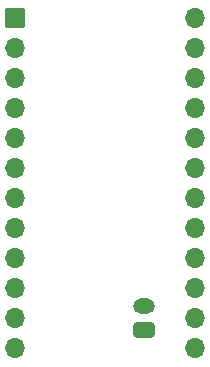
<source format=gbr>
%TF.GenerationSoftware,KiCad,Pcbnew,(6.0.9)*%
%TF.CreationDate,2022-11-12T15:20:29-05:00*%
%TF.ProjectId,6116_FRAM_MOD,36313136-5f46-4524-914d-5f4d4f442e6b,rev?*%
%TF.SameCoordinates,Original*%
%TF.FileFunction,Soldermask,Bot*%
%TF.FilePolarity,Negative*%
%FSLAX46Y46*%
G04 Gerber Fmt 4.6, Leading zero omitted, Abs format (unit mm)*
G04 Created by KiCad (PCBNEW (6.0.9)) date 2022-11-12 15:20:29*
%MOMM*%
%LPD*%
G01*
G04 APERTURE LIST*
G04 Aperture macros list*
%AMRoundRect*
0 Rectangle with rounded corners*
0 $1 Rounding radius*
0 $2 $3 $4 $5 $6 $7 $8 $9 X,Y pos of 4 corners*
0 Add a 4 corners polygon primitive as box body*
4,1,4,$2,$3,$4,$5,$6,$7,$8,$9,$2,$3,0*
0 Add four circle primitives for the rounded corners*
1,1,$1+$1,$2,$3*
1,1,$1+$1,$4,$5*
1,1,$1+$1,$6,$7*
1,1,$1+$1,$8,$9*
0 Add four rect primitives between the rounded corners*
20,1,$1+$1,$2,$3,$4,$5,0*
20,1,$1+$1,$4,$5,$6,$7,0*
20,1,$1+$1,$6,$7,$8,$9,0*
20,1,$1+$1,$8,$9,$2,$3,0*%
G04 Aperture macros list end*
%ADD10RoundRect,0.300800X0.625000X-0.350000X0.625000X0.350000X-0.625000X0.350000X-0.625000X-0.350000X0*%
%ADD11O,1.851600X1.301600*%
%ADD12RoundRect,0.050800X-0.800000X-0.800000X0.800000X-0.800000X0.800000X0.800000X-0.800000X0.800000X0*%
%ADD13O,1.701600X1.701600*%
G04 APERTURE END LIST*
D10*
%TO.C,J1*%
X122682000Y-84785200D03*
D11*
X122682000Y-82785200D03*
%TD*%
D12*
%TO.C,U10*%
X111760000Y-58420000D03*
D13*
X111760000Y-60960000D03*
X111760000Y-63500000D03*
X111760000Y-66040000D03*
X111760000Y-68580000D03*
X111760000Y-71120000D03*
X111760000Y-73660000D03*
X111760000Y-76200000D03*
X111760000Y-78740000D03*
X111760000Y-81280000D03*
X111760000Y-83820000D03*
X111760000Y-86360000D03*
X127000000Y-86360000D03*
X127000000Y-83820000D03*
X127000000Y-81280000D03*
X127000000Y-78740000D03*
X127000000Y-76200000D03*
X127000000Y-73660000D03*
X127000000Y-71120000D03*
X127000000Y-68580000D03*
X127000000Y-66040000D03*
X127000000Y-63500000D03*
X127000000Y-60960000D03*
X127000000Y-58420000D03*
%TD*%
M02*

</source>
